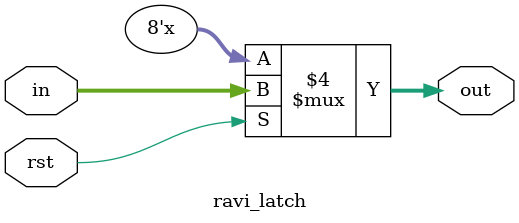
<source format=v>
module ravi_latch(output reg [7:0]out,input [7:0]in, input rst);
  always@(rst)
    begin
      if(rst == 1)
        begin
          out = in;
        end
    end
endmodule
</source>
